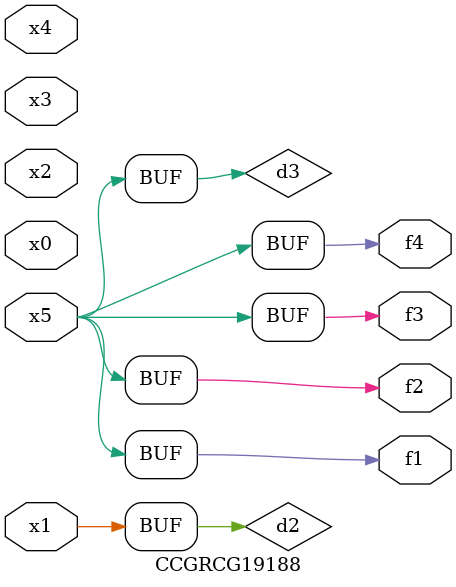
<source format=v>
module CCGRCG19188(
	input x0, x1, x2, x3, x4, x5,
	output f1, f2, f3, f4
);

	wire d1, d2, d3;

	not (d1, x5);
	or (d2, x1);
	xnor (d3, d1);
	assign f1 = d3;
	assign f2 = d3;
	assign f3 = d3;
	assign f4 = d3;
endmodule

</source>
